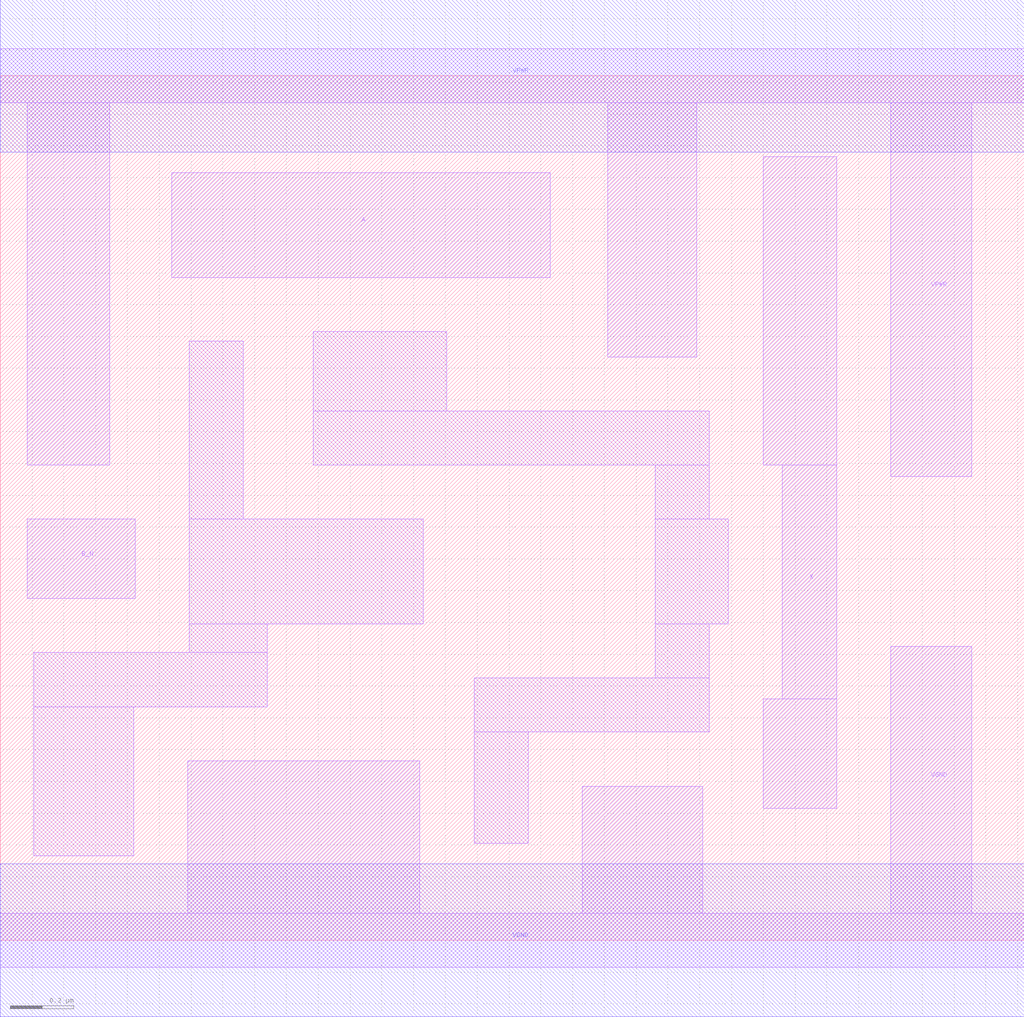
<source format=lef>
# Copyright 2020 The SkyWater PDK Authors
#
# Licensed under the Apache License, Version 2.0 (the "License");
# you may not use this file except in compliance with the License.
# You may obtain a copy of the License at
#
#     https://www.apache.org/licenses/LICENSE-2.0
#
# Unless required by applicable law or agreed to in writing, software
# distributed under the License is distributed on an "AS IS" BASIS,
# WITHOUT WARRANTIES OR CONDITIONS OF ANY KIND, either express or implied.
# See the License for the specific language governing permissions and
# limitations under the License.
#
# SPDX-License-Identifier: Apache-2.0

VERSION 5.5 ;
NAMESCASESENSITIVE ON ;
BUSBITCHARS "[]" ;
DIVIDERCHAR "/" ;
MACRO sky130_fd_sc_hd__or2b_2
  CLASS CORE ;
  SOURCE USER ;
  ORIGIN  0.000000  0.000000 ;
  SIZE  3.220000 BY  2.720000 ;
  SYMMETRY X Y R90 ;
  SITE unithd ;
  PIN A
    ANTENNAGATEAREA  0.126000 ;
    DIRECTION INPUT ;
    USE SIGNAL ;
    PORT
      LAYER li1 ;
        RECT 0.540000 2.085000 1.730000 2.415000 ;
    END
  END A
  PIN B_N
    ANTENNAGATEAREA  0.126000 ;
    DIRECTION INPUT ;
    USE SIGNAL ;
    PORT
      LAYER li1 ;
        RECT 0.085000 1.075000 0.425000 1.325000 ;
    END
  END B_N
  PIN X
    ANTENNADIFFAREA  0.445500 ;
    DIRECTION OUTPUT ;
    USE SIGNAL ;
    PORT
      LAYER li1 ;
        RECT 2.400000 0.415000 2.630000 0.760000 ;
        RECT 2.400000 1.495000 2.630000 2.465000 ;
        RECT 2.460000 0.760000 2.630000 1.495000 ;
    END
  END X
  PIN VGND
    DIRECTION INOUT ;
    SHAPE ABUTMENT ;
    USE GROUND ;
    PORT
      LAYER li1 ;
        RECT 0.000000 -0.085000 3.220000 0.085000 ;
        RECT 0.590000  0.085000 1.320000 0.565000 ;
        RECT 1.830000  0.085000 2.210000 0.485000 ;
        RECT 2.800000  0.085000 3.055000 0.925000 ;
    END
    PORT
      LAYER met1 ;
        RECT 0.000000 -0.240000 3.220000 0.240000 ;
    END
  END VGND
  PIN VPWR
    DIRECTION INOUT ;
    SHAPE ABUTMENT ;
    USE POWER ;
    PORT
      LAYER li1 ;
        RECT 0.000000 2.635000 3.220000 2.805000 ;
        RECT 0.085000 1.495000 0.345000 2.635000 ;
        RECT 1.910000 1.835000 2.190000 2.635000 ;
        RECT 2.800000 1.460000 3.055000 2.635000 ;
    END
    PORT
      LAYER met1 ;
        RECT 0.000000 2.480000 3.220000 2.960000 ;
    END
  END VPWR
  OBS
    LAYER li1 ;
      RECT 0.105000 0.265000 0.420000 0.735000 ;
      RECT 0.105000 0.735000 0.840000 0.905000 ;
      RECT 0.595000 0.905000 0.840000 0.995000 ;
      RECT 0.595000 0.995000 1.330000 1.325000 ;
      RECT 0.595000 1.325000 0.765000 1.885000 ;
      RECT 0.985000 1.495000 2.230000 1.665000 ;
      RECT 0.985000 1.665000 1.405000 1.915000 ;
      RECT 1.490000 0.305000 1.660000 0.655000 ;
      RECT 1.490000 0.655000 2.230000 0.825000 ;
      RECT 2.060000 0.825000 2.230000 0.995000 ;
      RECT 2.060000 0.995000 2.290000 1.325000 ;
      RECT 2.060000 1.325000 2.230000 1.495000 ;
  END
END sky130_fd_sc_hd__or2b_2

</source>
